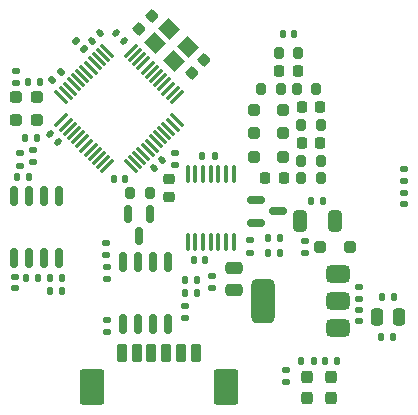
<source format=gbr>
%TF.GenerationSoftware,KiCad,Pcbnew,7.0.11*%
%TF.CreationDate,2024-11-13T01:21:52+09:00*%
%TF.ProjectId,Control,436f6e74-726f-46c2-9e6b-696361645f70,rev?*%
%TF.SameCoordinates,Original*%
%TF.FileFunction,Paste,Bot*%
%TF.FilePolarity,Positive*%
%FSLAX46Y46*%
G04 Gerber Fmt 4.6, Leading zero omitted, Abs format (unit mm)*
G04 Created by KiCad (PCBNEW 7.0.11) date 2024-11-13 01:21:52*
%MOMM*%
%LPD*%
G01*
G04 APERTURE LIST*
G04 Aperture macros list*
%AMRoundRect*
0 Rectangle with rounded corners*
0 $1 Rounding radius*
0 $2 $3 $4 $5 $6 $7 $8 $9 X,Y pos of 4 corners*
0 Add a 4 corners polygon primitive as box body*
4,1,4,$2,$3,$4,$5,$6,$7,$8,$9,$2,$3,0*
0 Add four circle primitives for the rounded corners*
1,1,$1+$1,$2,$3*
1,1,$1+$1,$4,$5*
1,1,$1+$1,$6,$7*
1,1,$1+$1,$8,$9*
0 Add four rect primitives between the rounded corners*
20,1,$1+$1,$2,$3,$4,$5,0*
20,1,$1+$1,$4,$5,$6,$7,0*
20,1,$1+$1,$6,$7,$8,$9,0*
20,1,$1+$1,$8,$9,$2,$3,0*%
%AMRotRect*
0 Rectangle, with rotation*
0 The origin of the aperture is its center*
0 $1 length*
0 $2 width*
0 $3 Rotation angle, in degrees counterclockwise*
0 Add horizontal line*
21,1,$1,$2,0,0,$3*%
G04 Aperture macros list end*
%ADD10RoundRect,0.135000X-0.135000X-0.185000X0.135000X-0.185000X0.135000X0.185000X-0.135000X0.185000X0*%
%ADD11RoundRect,0.200000X0.200000X0.275000X-0.200000X0.275000X-0.200000X-0.275000X0.200000X-0.275000X0*%
%ADD12RoundRect,0.100000X-0.100000X0.637500X-0.100000X-0.637500X0.100000X-0.637500X0.100000X0.637500X0*%
%ADD13RoundRect,0.150000X-0.587500X-0.150000X0.587500X-0.150000X0.587500X0.150000X-0.587500X0.150000X0*%
%ADD14RoundRect,0.135000X-0.185000X0.135000X-0.185000X-0.135000X0.185000X-0.135000X0.185000X0.135000X0*%
%ADD15RoundRect,0.200000X-0.200000X-0.275000X0.200000X-0.275000X0.200000X0.275000X-0.200000X0.275000X0*%
%ADD16RoundRect,0.225000X0.017678X-0.335876X0.335876X-0.017678X-0.017678X0.335876X-0.335876X0.017678X0*%
%ADD17RoundRect,0.140000X-0.140000X-0.170000X0.140000X-0.170000X0.140000X0.170000X-0.140000X0.170000X0*%
%ADD18RoundRect,0.135000X0.185000X-0.135000X0.185000X0.135000X-0.185000X0.135000X-0.185000X-0.135000X0*%
%ADD19RoundRect,0.250000X-0.250000X-0.250000X0.250000X-0.250000X0.250000X0.250000X-0.250000X0.250000X0*%
%ADD20RoundRect,0.140000X-0.021213X0.219203X-0.219203X0.021213X0.021213X-0.219203X0.219203X-0.021213X0*%
%ADD21RoundRect,0.140000X-0.170000X0.140000X-0.170000X-0.140000X0.170000X-0.140000X0.170000X0.140000X0*%
%ADD22RoundRect,0.075000X0.415425X0.521491X-0.521491X-0.415425X-0.415425X-0.521491X0.521491X0.415425X0*%
%ADD23RoundRect,0.075000X-0.415425X0.521491X-0.521491X0.415425X0.415425X-0.521491X0.521491X-0.415425X0*%
%ADD24RoundRect,0.140000X0.170000X-0.140000X0.170000X0.140000X-0.170000X0.140000X-0.170000X-0.140000X0*%
%ADD25RoundRect,0.237500X-0.287500X-0.237500X0.287500X-0.237500X0.287500X0.237500X-0.287500X0.237500X0*%
%ADD26RoundRect,0.375000X0.625000X0.375000X-0.625000X0.375000X-0.625000X-0.375000X0.625000X-0.375000X0*%
%ADD27RoundRect,0.500000X0.500000X1.400000X-0.500000X1.400000X-0.500000X-1.400000X0.500000X-1.400000X0*%
%ADD28RoundRect,0.250000X-0.325000X-0.650000X0.325000X-0.650000X0.325000X0.650000X-0.325000X0.650000X0*%
%ADD29RoundRect,0.225000X0.225000X0.250000X-0.225000X0.250000X-0.225000X-0.250000X0.225000X-0.250000X0*%
%ADD30RoundRect,0.135000X0.135000X0.185000X-0.135000X0.185000X-0.135000X-0.185000X0.135000X-0.185000X0*%
%ADD31RoundRect,0.140000X0.140000X0.170000X-0.140000X0.170000X-0.140000X-0.170000X0.140000X-0.170000X0*%
%ADD32RoundRect,0.250000X-0.250000X-0.475000X0.250000X-0.475000X0.250000X0.475000X-0.250000X0.475000X0*%
%ADD33RoundRect,0.250000X0.475000X-0.250000X0.475000X0.250000X-0.475000X0.250000X-0.475000X-0.250000X0*%
%ADD34RoundRect,0.225000X-0.225000X-0.250000X0.225000X-0.250000X0.225000X0.250000X-0.225000X0.250000X0*%
%ADD35RoundRect,0.150000X-0.150000X0.587500X-0.150000X-0.587500X0.150000X-0.587500X0.150000X0.587500X0*%
%ADD36RoundRect,0.140000X-0.219203X-0.021213X-0.021213X-0.219203X0.219203X0.021213X0.021213X0.219203X0*%
%ADD37RoundRect,0.135000X0.226274X0.035355X0.035355X0.226274X-0.226274X-0.035355X-0.035355X-0.226274X0*%
%ADD38RoundRect,0.140000X0.219203X0.021213X0.021213X0.219203X-0.219203X-0.021213X-0.021213X-0.219203X0*%
%ADD39RoundRect,0.135000X-0.035355X0.226274X-0.226274X0.035355X0.035355X-0.226274X0.226274X-0.035355X0*%
%ADD40RotRect,1.400000X1.200000X315.000000*%
%ADD41RoundRect,0.150000X-0.150000X0.675000X-0.150000X-0.675000X0.150000X-0.675000X0.150000X0.675000X0*%
%ADD42RoundRect,0.140000X0.021213X-0.219203X0.219203X-0.021213X-0.021213X0.219203X-0.219203X0.021213X0*%
%ADD43RoundRect,0.225000X-0.250000X0.225000X-0.250000X-0.225000X0.250000X-0.225000X0.250000X0.225000X0*%
%ADD44RoundRect,0.237500X0.237500X-0.287500X0.237500X0.287500X-0.237500X0.287500X-0.237500X-0.287500X0*%
%ADD45RoundRect,0.225000X-0.017678X0.335876X-0.335876X0.017678X0.017678X-0.335876X0.335876X-0.017678X0*%
%ADD46RoundRect,0.200000X0.200000X0.600000X-0.200000X0.600000X-0.200000X-0.600000X0.200000X-0.600000X0*%
%ADD47RoundRect,0.250001X0.799999X1.249999X-0.799999X1.249999X-0.799999X-1.249999X0.799999X-1.249999X0*%
G04 APERTURE END LIST*
D10*
%TO.C,R11*%
X22338281Y-21295901D03*
X23358281Y-21295901D03*
%TD*%
D11*
%TO.C,R17*%
X26425000Y-7400000D03*
X24775000Y-7400000D03*
%TD*%
D12*
%TO.C,U5*%
X15550000Y-14637500D03*
X16200000Y-14637500D03*
X16850000Y-14637500D03*
X17500000Y-14637500D03*
X18150000Y-14637500D03*
X18800000Y-14637500D03*
X19450000Y-14637500D03*
X19450000Y-20362500D03*
X18800000Y-20362500D03*
X18150000Y-20362500D03*
X17500000Y-20362500D03*
X16850000Y-20362500D03*
X16200000Y-20362500D03*
X15550000Y-20362500D03*
%TD*%
D10*
%TO.C,R26*%
X3890000Y-23400000D03*
X4910000Y-23400000D03*
%TD*%
D13*
%TO.C,Q1*%
X21362500Y-18750000D03*
X21362500Y-16850000D03*
X23237500Y-17800000D03*
%TD*%
D14*
%TO.C,R7*%
X1393586Y-12894041D03*
X1393586Y-13914041D03*
%TD*%
D15*
%TO.C,R19*%
X23275000Y-4400000D03*
X24925000Y-4400000D03*
%TD*%
D10*
%TO.C,R32*%
X16810756Y-13096080D03*
X17830756Y-13096080D03*
%TD*%
D16*
%TO.C,C3*%
X11441992Y-2378008D03*
X12538008Y-1281992D03*
%TD*%
D17*
%TO.C,C24*%
X16074419Y-21909773D03*
X17034419Y-21909773D03*
%TD*%
D11*
%TO.C,R34*%
X26825000Y-15000000D03*
X25175000Y-15000000D03*
%TD*%
D18*
%TO.C,R27*%
X15300000Y-26810000D03*
X15300000Y-25790000D03*
%TD*%
D19*
%TO.C,D11*%
X21150000Y-9200000D03*
X23650000Y-9200000D03*
%TD*%
D20*
%TO.C,C2*%
X8126734Y-2707061D03*
X7447912Y-3385883D03*
%TD*%
D21*
%TO.C,C19*%
X8700000Y-27020000D03*
X8700000Y-27980000D03*
%TD*%
D22*
%TO.C,U1*%
X10748788Y-4212124D03*
X11102342Y-4565678D03*
X11455895Y-4919231D03*
X11809449Y-5272785D03*
X12163002Y-5626338D03*
X12516555Y-5979891D03*
X12870109Y-6333445D03*
X13223662Y-6686998D03*
X13577215Y-7040551D03*
X13930769Y-7394105D03*
X14284322Y-7747658D03*
X14637876Y-8101212D03*
D23*
X14637876Y-10098788D03*
X14284322Y-10452342D03*
X13930769Y-10805895D03*
X13577215Y-11159449D03*
X13223662Y-11513002D03*
X12870109Y-11866555D03*
X12516555Y-12220109D03*
X12163002Y-12573662D03*
X11809449Y-12927215D03*
X11455895Y-13280769D03*
X11102342Y-13634322D03*
X10748788Y-13987876D03*
D22*
X8751212Y-13987876D03*
X8397658Y-13634322D03*
X8044105Y-13280769D03*
X7690551Y-12927215D03*
X7336998Y-12573662D03*
X6983445Y-12220109D03*
X6629891Y-11866555D03*
X6276338Y-11513002D03*
X5922785Y-11159449D03*
X5569231Y-10805895D03*
X5215678Y-10452342D03*
X4862124Y-10098788D03*
D23*
X4862124Y-8101212D03*
X5215678Y-7747658D03*
X5569231Y-7394105D03*
X5922785Y-7040551D03*
X6276338Y-6686998D03*
X6629891Y-6333445D03*
X6983445Y-5979891D03*
X7336998Y-5626338D03*
X7690551Y-5272785D03*
X8044105Y-4919231D03*
X8397658Y-4565678D03*
X8751212Y-4212124D03*
%TD*%
D24*
%TO.C,C12*%
X30100000Y-27080000D03*
X30100000Y-26120000D03*
%TD*%
D25*
%TO.C,D2*%
X1044160Y-8114527D03*
X2794160Y-8114527D03*
%TD*%
D26*
%TO.C,U2*%
X28250000Y-23100000D03*
X28250000Y-25400000D03*
D27*
X21950000Y-25400000D03*
D26*
X28250000Y-27700000D03*
%TD*%
D28*
%TO.C,C15*%
X25107983Y-18627613D03*
X28057983Y-18627613D03*
%TD*%
D18*
%TO.C,R16*%
X17635403Y-24267237D03*
X17635403Y-23247237D03*
%TD*%
D29*
%TO.C,C23*%
X23675000Y-15000000D03*
X22125000Y-15000000D03*
%TD*%
D30*
%TO.C,R12*%
X23340388Y-20063608D03*
X22320388Y-20063608D03*
%TD*%
%TO.C,R30*%
X16310000Y-24700000D03*
X15290000Y-24700000D03*
%TD*%
D31*
%TO.C,C7*%
X10291559Y-15017962D03*
X9331559Y-15017962D03*
%TD*%
D19*
%TO.C,D10*%
X21150000Y-11200000D03*
X23650000Y-11200000D03*
%TD*%
D10*
%TO.C,R28*%
X15290000Y-23600000D03*
X16310000Y-23600000D03*
%TD*%
%TO.C,R5*%
X1785514Y-11542848D03*
X2805514Y-11542848D03*
%TD*%
D32*
%TO.C,C17*%
X31575796Y-26751141D03*
X33475796Y-26751141D03*
%TD*%
D14*
%TO.C,R24*%
X8679569Y-20496074D03*
X8679569Y-21516074D03*
%TD*%
D10*
%TO.C,R13*%
X32034889Y-25030930D03*
X33054889Y-25030930D03*
%TD*%
D11*
%TO.C,R36*%
X26825000Y-10500000D03*
X25175000Y-10500000D03*
%TD*%
D25*
%TO.C,D3*%
X1035260Y-10085648D03*
X2785260Y-10085648D03*
%TD*%
D11*
%TO.C,R18*%
X23425000Y-7400000D03*
X21775000Y-7400000D03*
%TD*%
D30*
%TO.C,R20*%
X28210000Y-30500000D03*
X27190000Y-30500000D03*
%TD*%
D14*
%TO.C,R6*%
X1022440Y-5912060D03*
X1022440Y-6932060D03*
%TD*%
D10*
%TO.C,R4*%
X2021777Y-6858781D03*
X3041777Y-6858781D03*
%TD*%
D33*
%TO.C,C18*%
X19500000Y-24450000D03*
X19500000Y-22550000D03*
%TD*%
D34*
%TO.C,C22*%
X25225000Y-12000000D03*
X26775000Y-12000000D03*
%TD*%
D14*
%TO.C,R10*%
X20847497Y-20260065D03*
X20847497Y-21280065D03*
%TD*%
D35*
%TO.C,Q3*%
X10506000Y-18042500D03*
X12406000Y-18042500D03*
X11456000Y-19917500D03*
%TD*%
D10*
%TO.C,R29*%
X3890000Y-24500000D03*
X4910000Y-24500000D03*
%TD*%
D36*
%TO.C,C5*%
X3860589Y-11260589D03*
X4539411Y-11939411D03*
%TD*%
D21*
%TO.C,C25*%
X33900000Y-16220000D03*
X33900000Y-17180000D03*
%TD*%
D37*
%TO.C,R1*%
X6801017Y-4085754D03*
X6079769Y-3364506D03*
%TD*%
D30*
%TO.C,R21*%
X26210001Y-30500000D03*
X25190001Y-30500000D03*
%TD*%
D34*
%TO.C,C21*%
X25225000Y-9000000D03*
X26775000Y-9000000D03*
%TD*%
D17*
%TO.C,C8*%
X23620000Y-2800000D03*
X24580000Y-2800000D03*
%TD*%
D18*
%TO.C,R2*%
X8698293Y-23504051D03*
X8698293Y-22484051D03*
%TD*%
D34*
%TO.C,C16*%
X23325000Y-5900000D03*
X24875000Y-5900000D03*
%TD*%
D14*
%TO.C,R3*%
X14517000Y-12855000D03*
X14517000Y-13875000D03*
%TD*%
D38*
%TO.C,C1*%
X10194436Y-3411846D03*
X9515614Y-2733024D03*
%TD*%
D14*
%TO.C,R9*%
X25447948Y-20281165D03*
X25447948Y-21301165D03*
%TD*%
D39*
%TO.C,R31*%
X4818194Y-5987254D03*
X4096946Y-6708502D03*
%TD*%
D30*
%TO.C,R23*%
X2154265Y-14867059D03*
X1134265Y-14867059D03*
%TD*%
D40*
%TO.C,Y1*%
X14003223Y-2331142D03*
X15558858Y-3886777D03*
X14356777Y-5088858D03*
X12801142Y-3533223D03*
%TD*%
D15*
%TO.C,R22*%
X10703089Y-16276059D03*
X12353089Y-16276059D03*
%TD*%
D10*
%TO.C,R15*%
X26023189Y-16921968D03*
X27043189Y-16921968D03*
%TD*%
D30*
%TO.C,R14*%
X32910000Y-28400000D03*
X31890000Y-28400000D03*
%TD*%
D41*
%TO.C,U3*%
X865446Y-16460504D03*
X2135446Y-16460504D03*
X3405446Y-16460504D03*
X4675446Y-16460504D03*
X4675446Y-21710504D03*
X3405446Y-21710504D03*
X2135446Y-21710504D03*
X865446Y-21710504D03*
%TD*%
D24*
%TO.C,C13*%
X30100000Y-25180000D03*
X30100000Y-24220000D03*
%TD*%
D19*
%TO.C,D9*%
X21150000Y-13200000D03*
X23650000Y-13200000D03*
%TD*%
D21*
%TO.C,C20*%
X900000Y-23320000D03*
X900000Y-24280000D03*
%TD*%
D14*
%TO.C,R8*%
X23900000Y-31190000D03*
X23900000Y-32210000D03*
%TD*%
D11*
%TO.C,R35*%
X26825000Y-13500000D03*
X25175000Y-13500000D03*
%TD*%
D42*
%TO.C,C6*%
X12731589Y-14127411D03*
X13410411Y-13448589D03*
%TD*%
D43*
%TO.C,C9*%
X13950000Y-15048000D03*
X13950000Y-16598000D03*
%TD*%
D10*
%TO.C,R25*%
X1890000Y-23400000D03*
X2910000Y-23400000D03*
%TD*%
D18*
%TO.C,R37*%
X33900000Y-15210000D03*
X33900000Y-14190000D03*
%TD*%
D44*
%TO.C,D7*%
X27700001Y-33575000D03*
X27700001Y-31825000D03*
%TD*%
D18*
%TO.C,R33*%
X2439112Y-13623082D03*
X2439112Y-12603082D03*
%TD*%
D44*
%TO.C,D8*%
X25700000Y-33575000D03*
X25700000Y-31825000D03*
%TD*%
D45*
%TO.C,C4*%
X16978008Y-4951992D03*
X15881992Y-6048008D03*
%TD*%
D46*
%TO.C,J3*%
X16225000Y-29800000D03*
X14975000Y-29800000D03*
X13725000Y-29800000D03*
X12475000Y-29800000D03*
X11225000Y-29800000D03*
X9975000Y-29800000D03*
D47*
X18775000Y-32700000D03*
X7425000Y-32700000D03*
%TD*%
D41*
%TO.C,U4*%
X10095000Y-22075000D03*
X11365000Y-22075000D03*
X12635000Y-22075000D03*
X13905000Y-22075000D03*
X13905000Y-27325000D03*
X12635000Y-27325000D03*
X11365000Y-27325000D03*
X10095000Y-27325000D03*
%TD*%
D19*
%TO.C,D4*%
X26794085Y-20820723D03*
X29294085Y-20820723D03*
%TD*%
M02*

</source>
